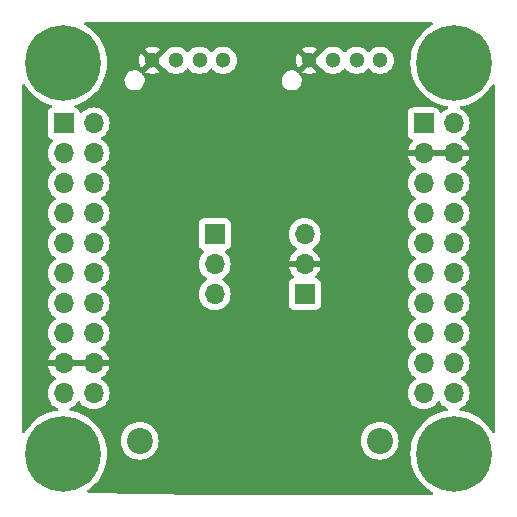
<source format=gbr>
%TF.GenerationSoftware,KiCad,Pcbnew,7.0.9*%
%TF.CreationDate,2023-12-29T11:45:24+09:00*%
%TF.ProjectId,CAT4238_Unit,43415434-3233-4385-9f55-6e69742e6b69,rev?*%
%TF.SameCoordinates,Original*%
%TF.FileFunction,Copper,L5,Inr*%
%TF.FilePolarity,Positive*%
%FSLAX46Y46*%
G04 Gerber Fmt 4.6, Leading zero omitted, Abs format (unit mm)*
G04 Created by KiCad (PCBNEW 7.0.9) date 2023-12-29 11:45:24*
%MOMM*%
%LPD*%
G01*
G04 APERTURE LIST*
%TA.AperFunction,ComponentPad*%
%ADD10R,1.700000X1.700000*%
%TD*%
%TA.AperFunction,ComponentPad*%
%ADD11O,1.700000X1.700000*%
%TD*%
%TA.AperFunction,ComponentPad*%
%ADD12C,0.800000*%
%TD*%
%TA.AperFunction,ComponentPad*%
%ADD13C,6.400000*%
%TD*%
%TA.AperFunction,ComponentPad*%
%ADD14C,2.200000*%
%TD*%
%TA.AperFunction,ComponentPad*%
%ADD15O,2.200000X2.200000*%
%TD*%
%TA.AperFunction,ComponentPad*%
%ADD16C,1.300000*%
%TD*%
G04 APERTURE END LIST*
D10*
%TO.N,+5V*%
%TO.C,J5*%
X135890000Y-81240000D03*
D11*
X138430000Y-81240000D03*
%TO.N,/EN*%
X135890000Y-83780000D03*
%TO.N,/IO34*%
X138430000Y-83780000D03*
%TO.N,/IO32*%
X135890000Y-86320000D03*
%TO.N,/IO35*%
X138430000Y-86320000D03*
%TO.N,/IO25*%
X135890000Y-88860000D03*
%TO.N,/IO33*%
X138430000Y-88860000D03*
%TO.N,/IO27*%
X135890000Y-91400000D03*
%TO.N,/IO26*%
X138430000Y-91400000D03*
%TO.N,/IO12*%
X135890000Y-93940000D03*
%TO.N,/IO14*%
X138430000Y-93940000D03*
%TO.N,unconnected-(J5-Pin_13-Pad13)*%
X135890000Y-96480000D03*
%TO.N,unconnected-(J5-Pin_14-Pad14)*%
X138430000Y-96480000D03*
%TO.N,unconnected-(J5-Pin_15-Pad15)*%
X135890000Y-99020000D03*
%TO.N,unconnected-(J5-Pin_16-Pad16)*%
X138430000Y-99020000D03*
%TO.N,GND*%
X135890000Y-101560000D03*
X138430000Y-101560000D03*
%TO.N,+3V3*%
X135890000Y-104100000D03*
X138430000Y-104100000D03*
%TD*%
D12*
%TO.N,N/C*%
%TO.C,H2*%
X133450000Y-109220000D03*
X134152944Y-107522944D03*
X134152944Y-110917056D03*
X135850000Y-106820000D03*
D13*
X135850000Y-109220000D03*
D12*
X135850000Y-111620000D03*
X137547056Y-107522944D03*
X137547056Y-110917056D03*
X138250000Y-109220000D03*
%TD*%
D14*
%TO.N,+5V*%
%TO.C,L1*%
X142340000Y-108100000D03*
D15*
%TO.N,Net-(IC1-SW)*%
X162660000Y-108100000D03*
%TD*%
D12*
%TO.N,N/C*%
%TO.C,H1*%
X133450000Y-76120000D03*
X134152944Y-74422944D03*
X134152944Y-77817056D03*
X135850000Y-73720000D03*
D13*
X135850000Y-76120000D03*
D12*
X135850000Y-78520000D03*
X137547056Y-74422944D03*
X137547056Y-77817056D03*
X138250000Y-76120000D03*
%TD*%
D10*
%TO.N,+3V3*%
%TO.C,J6*%
X166370000Y-81240000D03*
D11*
X168910000Y-81240000D03*
%TO.N,GND*%
X166370000Y-83780000D03*
X168910000Y-83780000D03*
%TO.N,/TXD0*%
X166370000Y-86320000D03*
%TO.N,/IO22*%
X168910000Y-86320000D03*
%TO.N,/IO21*%
X166370000Y-88860000D03*
%TO.N,/RXD0*%
X168910000Y-88860000D03*
%TO.N,/IO18*%
X166370000Y-91400000D03*
%TO.N,/IO19*%
X168910000Y-91400000D03*
%TO.N,/IO17*%
X166370000Y-93940000D03*
%TO.N,/IO5*%
X168910000Y-93940000D03*
%TO.N,/IO4*%
X166370000Y-96480000D03*
%TO.N,/IO16*%
X168910000Y-96480000D03*
%TO.N,/IO2*%
X166370000Y-99020000D03*
%TO.N,/IO0*%
X168910000Y-99020000D03*
%TO.N,/IO15*%
X166370000Y-101560000D03*
%TO.N,/IO13*%
X168910000Y-101560000D03*
%TO.N,+5V*%
X166370000Y-104100000D03*
X168910000Y-104100000D03*
%TD*%
D16*
%TO.N,GND*%
%TO.C,J2*%
X143400000Y-75900000D03*
%TO.N,/IO21*%
X145400000Y-75900000D03*
%TO.N,/IO32*%
X147400000Y-75900000D03*
%TO.N,+5V*%
X149400000Y-75900000D03*
%TD*%
D12*
%TO.N,N/C*%
%TO.C,H3*%
X166550000Y-76120000D03*
X167252944Y-74422944D03*
X167252944Y-77817056D03*
X168950000Y-73720000D03*
D13*
X168950000Y-76120000D03*
D12*
X168950000Y-78520000D03*
X170647056Y-74422944D03*
X170647056Y-77817056D03*
X171350000Y-76120000D03*
%TD*%
D10*
%TO.N,/SHDN*%
%TO.C,J3*%
X148680000Y-90620000D03*
D11*
%TO.N,unconnected-(J3-Pin_2-Pad2)*%
X148680000Y-93160000D03*
%TO.N,+5V*%
X148680000Y-95700000D03*
%TD*%
D16*
%TO.N,GND*%
%TO.C,J1*%
X156700000Y-75900000D03*
%TO.N,/IO21*%
X158700000Y-75900000D03*
%TO.N,/LED_-*%
X160700000Y-75900000D03*
%TO.N,/LED_+*%
X162700000Y-75900000D03*
%TD*%
D12*
%TO.N,N/C*%
%TO.C,H4*%
X166550000Y-109220000D03*
X167252944Y-107522944D03*
X167252944Y-110917056D03*
X168950000Y-106820000D03*
D13*
X168950000Y-109220000D03*
D12*
X168950000Y-111620000D03*
X170647056Y-107522944D03*
X170647056Y-110917056D03*
X171350000Y-109220000D03*
%TD*%
D10*
%TO.N,Net-(IC1-SW)*%
%TO.C,J4*%
X156300000Y-95700000D03*
D11*
%TO.N,GND*%
X156300000Y-93160000D03*
%TO.N,/LED_-*%
X156300000Y-90620000D03*
%TD*%
%TA.AperFunction,Conductor*%
%TO.N,GND*%
G36*
X167119515Y-72690185D02*
G01*
X167165270Y-72742989D01*
X167175214Y-72812147D01*
X167146189Y-72875703D01*
X167108770Y-72904985D01*
X167097211Y-72910874D01*
X167097208Y-72910875D01*
X166771917Y-73122122D01*
X166470488Y-73366215D01*
X166470480Y-73366222D01*
X166196222Y-73640480D01*
X166196215Y-73640488D01*
X165952122Y-73941917D01*
X165740877Y-74267206D01*
X165564787Y-74612802D01*
X165425788Y-74974905D01*
X165325397Y-75349570D01*
X165325397Y-75349572D01*
X165264722Y-75732660D01*
X165244422Y-76119999D01*
X165244422Y-76120000D01*
X165264722Y-76507339D01*
X165314806Y-76823556D01*
X165325398Y-76890433D01*
X165408150Y-77199270D01*
X165425788Y-77265094D01*
X165564787Y-77627197D01*
X165740877Y-77972793D01*
X165952122Y-78298082D01*
X166043345Y-78410733D01*
X166196219Y-78599516D01*
X166470484Y-78873781D01*
X166470488Y-78873784D01*
X166771917Y-79117877D01*
X167097206Y-79329122D01*
X167097211Y-79329125D01*
X167442806Y-79505214D01*
X167804913Y-79644214D01*
X168179567Y-79744602D01*
X168332676Y-79768851D01*
X168395809Y-79798780D01*
X168432741Y-79858091D01*
X168431743Y-79927954D01*
X168393134Y-79986186D01*
X168365683Y-80003706D01*
X168232168Y-80065966D01*
X168038600Y-80201503D01*
X167916673Y-80323430D01*
X167855350Y-80356914D01*
X167785658Y-80351930D01*
X167729725Y-80310058D01*
X167712810Y-80279081D01*
X167663797Y-80147671D01*
X167663793Y-80147664D01*
X167577547Y-80032455D01*
X167577544Y-80032452D01*
X167462335Y-79946206D01*
X167462328Y-79946202D01*
X167327482Y-79895908D01*
X167327483Y-79895908D01*
X167267883Y-79889501D01*
X167267881Y-79889500D01*
X167267873Y-79889500D01*
X167267864Y-79889500D01*
X165472129Y-79889500D01*
X165472123Y-79889501D01*
X165412516Y-79895908D01*
X165277671Y-79946202D01*
X165277664Y-79946206D01*
X165162455Y-80032452D01*
X165162452Y-80032455D01*
X165076206Y-80147664D01*
X165076202Y-80147671D01*
X165025908Y-80282517D01*
X165019501Y-80342116D01*
X165019500Y-80342135D01*
X165019500Y-82137870D01*
X165019501Y-82137876D01*
X165025908Y-82197483D01*
X165076202Y-82332328D01*
X165076206Y-82332335D01*
X165162452Y-82447544D01*
X165162455Y-82447547D01*
X165277664Y-82533793D01*
X165277671Y-82533797D01*
X165277674Y-82533798D01*
X165409598Y-82583002D01*
X165465531Y-82624873D01*
X165489949Y-82690337D01*
X165475098Y-82758610D01*
X165453947Y-82786865D01*
X165331886Y-82908926D01*
X165196400Y-83102420D01*
X165196399Y-83102422D01*
X165096570Y-83316507D01*
X165096567Y-83316513D01*
X165039364Y-83529999D01*
X165039364Y-83530000D01*
X165936314Y-83530000D01*
X165910507Y-83570156D01*
X165870000Y-83708111D01*
X165870000Y-83851889D01*
X165910507Y-83989844D01*
X165936314Y-84030000D01*
X165039364Y-84030000D01*
X165096567Y-84243486D01*
X165096570Y-84243492D01*
X165196399Y-84457578D01*
X165331894Y-84651082D01*
X165498917Y-84818105D01*
X165684595Y-84948119D01*
X165728219Y-85002696D01*
X165735412Y-85072195D01*
X165703890Y-85134549D01*
X165684595Y-85151269D01*
X165498594Y-85281508D01*
X165331505Y-85448597D01*
X165195965Y-85642169D01*
X165195964Y-85642171D01*
X165096098Y-85856335D01*
X165096094Y-85856344D01*
X165034938Y-86084586D01*
X165034936Y-86084596D01*
X165014341Y-86319999D01*
X165014341Y-86320000D01*
X165034936Y-86555403D01*
X165034938Y-86555413D01*
X165096094Y-86783655D01*
X165096096Y-86783659D01*
X165096097Y-86783663D01*
X165100000Y-86792032D01*
X165195965Y-86997830D01*
X165195967Y-86997834D01*
X165304281Y-87152521D01*
X165331501Y-87191396D01*
X165331506Y-87191402D01*
X165498597Y-87358493D01*
X165498603Y-87358498D01*
X165684158Y-87488425D01*
X165727783Y-87543002D01*
X165734977Y-87612500D01*
X165703454Y-87674855D01*
X165684158Y-87691575D01*
X165498597Y-87821505D01*
X165331505Y-87988597D01*
X165195965Y-88182169D01*
X165195964Y-88182171D01*
X165096098Y-88396335D01*
X165096094Y-88396344D01*
X165034938Y-88624586D01*
X165034936Y-88624596D01*
X165014341Y-88859999D01*
X165014341Y-88860000D01*
X165034936Y-89095403D01*
X165034938Y-89095413D01*
X165096094Y-89323655D01*
X165096096Y-89323659D01*
X165096097Y-89323663D01*
X165176004Y-89495023D01*
X165195965Y-89537830D01*
X165195967Y-89537834D01*
X165226547Y-89581506D01*
X165331501Y-89731396D01*
X165331506Y-89731402D01*
X165498597Y-89898493D01*
X165498603Y-89898498D01*
X165684158Y-90028425D01*
X165727783Y-90083002D01*
X165734977Y-90152500D01*
X165703454Y-90214855D01*
X165684158Y-90231575D01*
X165498597Y-90361505D01*
X165331505Y-90528597D01*
X165195965Y-90722169D01*
X165195964Y-90722171D01*
X165096098Y-90936335D01*
X165096094Y-90936344D01*
X165034938Y-91164586D01*
X165034936Y-91164596D01*
X165014341Y-91399999D01*
X165014341Y-91400000D01*
X165034936Y-91635403D01*
X165034938Y-91635413D01*
X165096094Y-91863655D01*
X165096096Y-91863659D01*
X165096097Y-91863663D01*
X165145916Y-91970499D01*
X165195965Y-92077830D01*
X165195967Y-92077834D01*
X165258174Y-92166674D01*
X165331501Y-92271396D01*
X165331506Y-92271402D01*
X165498597Y-92438493D01*
X165498603Y-92438498D01*
X165684158Y-92568425D01*
X165727783Y-92623002D01*
X165734977Y-92692500D01*
X165703454Y-92754855D01*
X165684158Y-92771575D01*
X165498597Y-92901505D01*
X165331505Y-93068597D01*
X165195965Y-93262169D01*
X165195964Y-93262171D01*
X165096098Y-93476335D01*
X165096094Y-93476344D01*
X165034938Y-93704586D01*
X165034936Y-93704596D01*
X165014341Y-93939999D01*
X165014341Y-93940000D01*
X165034936Y-94175403D01*
X165034938Y-94175413D01*
X165096094Y-94403655D01*
X165096096Y-94403659D01*
X165096097Y-94403663D01*
X165130294Y-94476998D01*
X165195965Y-94617830D01*
X165195967Y-94617834D01*
X165226547Y-94661506D01*
X165331501Y-94811396D01*
X165331506Y-94811402D01*
X165498597Y-94978493D01*
X165498603Y-94978498D01*
X165684158Y-95108425D01*
X165727783Y-95163002D01*
X165734977Y-95232500D01*
X165703454Y-95294855D01*
X165684158Y-95311575D01*
X165498597Y-95441505D01*
X165331505Y-95608597D01*
X165195965Y-95802169D01*
X165195964Y-95802171D01*
X165096098Y-96016335D01*
X165096094Y-96016344D01*
X165034938Y-96244586D01*
X165034936Y-96244596D01*
X165014341Y-96479999D01*
X165014341Y-96480000D01*
X165034936Y-96715403D01*
X165034938Y-96715413D01*
X165096094Y-96943655D01*
X165096096Y-96943659D01*
X165096097Y-96943663D01*
X165145915Y-97050498D01*
X165195965Y-97157830D01*
X165195967Y-97157834D01*
X165304281Y-97312521D01*
X165331501Y-97351396D01*
X165331506Y-97351402D01*
X165498597Y-97518493D01*
X165498603Y-97518498D01*
X165684158Y-97648425D01*
X165727783Y-97703002D01*
X165734977Y-97772500D01*
X165703454Y-97834855D01*
X165684158Y-97851575D01*
X165498597Y-97981505D01*
X165331505Y-98148597D01*
X165195965Y-98342169D01*
X165195964Y-98342171D01*
X165096098Y-98556335D01*
X165096094Y-98556344D01*
X165034938Y-98784586D01*
X165034936Y-98784596D01*
X165014341Y-99019999D01*
X165014341Y-99020000D01*
X165034936Y-99255403D01*
X165034938Y-99255413D01*
X165096094Y-99483655D01*
X165096096Y-99483659D01*
X165096097Y-99483663D01*
X165100000Y-99492032D01*
X165195965Y-99697830D01*
X165195967Y-99697834D01*
X165304281Y-99852521D01*
X165331501Y-99891396D01*
X165331506Y-99891402D01*
X165498597Y-100058493D01*
X165498603Y-100058498D01*
X165684158Y-100188425D01*
X165727783Y-100243002D01*
X165734977Y-100312500D01*
X165703454Y-100374855D01*
X165684158Y-100391575D01*
X165498597Y-100521505D01*
X165331505Y-100688597D01*
X165195965Y-100882169D01*
X165195964Y-100882171D01*
X165096098Y-101096335D01*
X165096094Y-101096344D01*
X165034938Y-101324586D01*
X165034936Y-101324596D01*
X165014341Y-101559999D01*
X165014341Y-101560000D01*
X165034936Y-101795403D01*
X165034938Y-101795413D01*
X165096094Y-102023655D01*
X165096096Y-102023659D01*
X165096097Y-102023663D01*
X165175597Y-102194151D01*
X165195965Y-102237830D01*
X165195967Y-102237834D01*
X165304281Y-102392521D01*
X165331501Y-102431396D01*
X165331506Y-102431402D01*
X165498597Y-102598493D01*
X165498603Y-102598498D01*
X165684158Y-102728425D01*
X165727783Y-102783002D01*
X165734977Y-102852500D01*
X165703454Y-102914855D01*
X165684158Y-102931575D01*
X165498597Y-103061505D01*
X165331505Y-103228597D01*
X165195965Y-103422169D01*
X165195964Y-103422171D01*
X165096098Y-103636335D01*
X165096094Y-103636344D01*
X165034938Y-103864586D01*
X165034936Y-103864596D01*
X165014341Y-104099999D01*
X165014341Y-104100000D01*
X165034936Y-104335403D01*
X165034938Y-104335413D01*
X165096094Y-104563655D01*
X165096096Y-104563659D01*
X165096097Y-104563663D01*
X165100000Y-104572032D01*
X165195965Y-104777830D01*
X165195967Y-104777834D01*
X165304281Y-104932521D01*
X165331505Y-104971401D01*
X165498599Y-105138495D01*
X165595384Y-105206265D01*
X165692165Y-105274032D01*
X165692167Y-105274033D01*
X165692170Y-105274035D01*
X165906337Y-105373903D01*
X166134592Y-105435063D01*
X166322918Y-105451539D01*
X166369999Y-105455659D01*
X166370000Y-105455659D01*
X166370001Y-105455659D01*
X166409234Y-105452226D01*
X166605408Y-105435063D01*
X166833663Y-105373903D01*
X167047830Y-105274035D01*
X167241401Y-105138495D01*
X167408495Y-104971401D01*
X167538425Y-104785842D01*
X167593002Y-104742217D01*
X167662500Y-104735023D01*
X167724855Y-104766546D01*
X167741575Y-104785842D01*
X167871500Y-104971395D01*
X167871505Y-104971401D01*
X168038599Y-105138495D01*
X168135384Y-105206265D01*
X168232165Y-105274032D01*
X168232167Y-105274033D01*
X168232170Y-105274035D01*
X168336003Y-105322453D01*
X168365682Y-105336293D01*
X168418121Y-105382466D01*
X168437273Y-105449659D01*
X168417057Y-105516540D01*
X168363892Y-105561875D01*
X168332675Y-105571148D01*
X168179572Y-105595397D01*
X168179570Y-105595397D01*
X167804905Y-105695788D01*
X167442802Y-105834787D01*
X167097206Y-106010877D01*
X166771917Y-106222122D01*
X166470488Y-106466215D01*
X166470480Y-106466222D01*
X166196222Y-106740480D01*
X166196215Y-106740488D01*
X165952122Y-107041917D01*
X165740877Y-107367206D01*
X165564787Y-107712802D01*
X165425788Y-108074905D01*
X165325397Y-108449570D01*
X165325397Y-108449572D01*
X165264722Y-108832660D01*
X165244422Y-109219999D01*
X165244422Y-109220000D01*
X165264722Y-109607339D01*
X165325397Y-109990427D01*
X165325397Y-109990429D01*
X165425788Y-110365094D01*
X165564787Y-110727197D01*
X165740877Y-111072793D01*
X165952122Y-111398082D01*
X165952124Y-111398084D01*
X166196219Y-111699516D01*
X166470484Y-111973781D01*
X166470488Y-111973784D01*
X166771917Y-112217877D01*
X167097208Y-112429124D01*
X167097211Y-112429125D01*
X167108770Y-112435015D01*
X167159566Y-112482989D01*
X167176362Y-112550809D01*
X167153825Y-112616944D01*
X167099111Y-112660397D01*
X167052476Y-112669500D01*
X147669500Y-112669500D01*
X138005057Y-112503280D01*
X137938366Y-112482445D01*
X137893525Y-112428862D01*
X137884773Y-112359543D01*
X137914886Y-112296496D01*
X137939654Y-112275303D01*
X138028082Y-112217877D01*
X138028084Y-112217876D01*
X138329516Y-111973781D01*
X138603781Y-111699516D01*
X138847876Y-111398084D01*
X139059125Y-111072789D01*
X139235214Y-110727194D01*
X139374214Y-110365087D01*
X139474602Y-109990433D01*
X139535278Y-109607338D01*
X139555578Y-109220000D01*
X139535278Y-108832662D01*
X139474602Y-108449567D01*
X139380936Y-108100000D01*
X140734551Y-108100000D01*
X140754317Y-108351151D01*
X140813126Y-108596110D01*
X140909533Y-108828859D01*
X141041160Y-109043653D01*
X141041161Y-109043656D01*
X141041164Y-109043659D01*
X141204776Y-109235224D01*
X141353066Y-109361875D01*
X141396343Y-109398838D01*
X141396346Y-109398839D01*
X141611140Y-109530466D01*
X141843889Y-109626873D01*
X142088852Y-109685683D01*
X142340000Y-109705449D01*
X142591148Y-109685683D01*
X142836111Y-109626873D01*
X143068859Y-109530466D01*
X143283659Y-109398836D01*
X143475224Y-109235224D01*
X143638836Y-109043659D01*
X143770466Y-108828859D01*
X143866873Y-108596111D01*
X143925683Y-108351148D01*
X143945449Y-108100000D01*
X161054551Y-108100000D01*
X161074317Y-108351151D01*
X161133126Y-108596110D01*
X161229533Y-108828859D01*
X161361160Y-109043653D01*
X161361161Y-109043656D01*
X161361164Y-109043659D01*
X161524776Y-109235224D01*
X161673066Y-109361875D01*
X161716343Y-109398838D01*
X161716346Y-109398839D01*
X161931140Y-109530466D01*
X162163889Y-109626873D01*
X162408852Y-109685683D01*
X162660000Y-109705449D01*
X162911148Y-109685683D01*
X163156111Y-109626873D01*
X163388859Y-109530466D01*
X163603659Y-109398836D01*
X163795224Y-109235224D01*
X163958836Y-109043659D01*
X164090466Y-108828859D01*
X164186873Y-108596111D01*
X164245683Y-108351148D01*
X164265449Y-108100000D01*
X164245683Y-107848852D01*
X164186873Y-107603889D01*
X164109125Y-107416188D01*
X164090466Y-107371140D01*
X163958839Y-107156346D01*
X163958838Y-107156343D01*
X163921875Y-107113066D01*
X163795224Y-106964776D01*
X163668571Y-106856604D01*
X163603656Y-106801161D01*
X163603653Y-106801160D01*
X163388859Y-106669533D01*
X163156110Y-106573126D01*
X162911151Y-106514317D01*
X162660000Y-106494551D01*
X162408848Y-106514317D01*
X162163889Y-106573126D01*
X161931140Y-106669533D01*
X161716346Y-106801160D01*
X161716343Y-106801161D01*
X161524776Y-106964776D01*
X161361161Y-107156343D01*
X161361160Y-107156346D01*
X161229533Y-107371140D01*
X161133126Y-107603889D01*
X161074317Y-107848848D01*
X161054551Y-108100000D01*
X143945449Y-108100000D01*
X143925683Y-107848852D01*
X143866873Y-107603889D01*
X143789125Y-107416188D01*
X143770466Y-107371140D01*
X143638839Y-107156346D01*
X143638838Y-107156343D01*
X143601875Y-107113066D01*
X143475224Y-106964776D01*
X143348571Y-106856604D01*
X143283656Y-106801161D01*
X143283653Y-106801160D01*
X143068859Y-106669533D01*
X142836110Y-106573126D01*
X142591151Y-106514317D01*
X142340000Y-106494551D01*
X142088848Y-106514317D01*
X141843889Y-106573126D01*
X141611140Y-106669533D01*
X141396346Y-106801160D01*
X141396343Y-106801161D01*
X141204776Y-106964776D01*
X141041161Y-107156343D01*
X141041160Y-107156346D01*
X140909533Y-107371140D01*
X140813126Y-107603889D01*
X140754317Y-107848848D01*
X140734551Y-108100000D01*
X139380936Y-108100000D01*
X139374214Y-108074913D01*
X139235214Y-107712806D01*
X139059125Y-107367211D01*
X139059122Y-107367207D01*
X139059122Y-107367206D01*
X138847877Y-107041917D01*
X138603784Y-106740488D01*
X138603781Y-106740484D01*
X138329516Y-106466219D01*
X138028084Y-106222124D01*
X138028082Y-106222122D01*
X137702793Y-106010877D01*
X137357197Y-105834787D01*
X136995094Y-105695788D01*
X136995087Y-105695786D01*
X136620433Y-105595398D01*
X136620429Y-105595397D01*
X136620428Y-105595397D01*
X136467324Y-105571148D01*
X136404189Y-105541219D01*
X136367258Y-105481907D01*
X136368256Y-105412045D01*
X136406866Y-105353812D01*
X136434315Y-105336294D01*
X136567830Y-105274035D01*
X136761401Y-105138495D01*
X136928495Y-104971401D01*
X137058425Y-104785842D01*
X137113002Y-104742217D01*
X137182500Y-104735023D01*
X137244855Y-104766546D01*
X137261575Y-104785842D01*
X137391500Y-104971395D01*
X137391505Y-104971401D01*
X137558599Y-105138495D01*
X137655384Y-105206265D01*
X137752165Y-105274032D01*
X137752167Y-105274033D01*
X137752170Y-105274035D01*
X137966337Y-105373903D01*
X138194592Y-105435063D01*
X138382918Y-105451539D01*
X138429999Y-105455659D01*
X138430000Y-105455659D01*
X138430001Y-105455659D01*
X138469234Y-105452226D01*
X138665408Y-105435063D01*
X138893663Y-105373903D01*
X139107830Y-105274035D01*
X139301401Y-105138495D01*
X139468495Y-104971401D01*
X139604035Y-104777830D01*
X139703903Y-104563663D01*
X139765063Y-104335408D01*
X139785659Y-104100000D01*
X139765063Y-103864592D01*
X139703903Y-103636337D01*
X139604035Y-103422171D01*
X139598425Y-103414158D01*
X139468494Y-103228597D01*
X139301402Y-103061506D01*
X139301401Y-103061505D01*
X139115405Y-102931269D01*
X139071781Y-102876692D01*
X139064588Y-102807193D01*
X139096110Y-102744839D01*
X139115405Y-102728119D01*
X139301082Y-102598105D01*
X139468105Y-102431082D01*
X139603600Y-102237578D01*
X139703429Y-102023492D01*
X139703432Y-102023486D01*
X139760636Y-101810000D01*
X138863686Y-101810000D01*
X138889493Y-101769844D01*
X138930000Y-101631889D01*
X138930000Y-101488111D01*
X138889493Y-101350156D01*
X138863686Y-101310000D01*
X139760636Y-101310000D01*
X139760635Y-101309999D01*
X139703432Y-101096513D01*
X139703429Y-101096507D01*
X139603600Y-100882422D01*
X139603599Y-100882420D01*
X139468113Y-100688926D01*
X139468108Y-100688920D01*
X139301078Y-100521890D01*
X139115405Y-100391879D01*
X139071780Y-100337302D01*
X139064588Y-100267804D01*
X139096110Y-100205449D01*
X139115406Y-100188730D01*
X139115842Y-100188425D01*
X139301401Y-100058495D01*
X139468495Y-99891401D01*
X139604035Y-99697830D01*
X139703903Y-99483663D01*
X139765063Y-99255408D01*
X139785659Y-99020000D01*
X139765063Y-98784592D01*
X139703903Y-98556337D01*
X139604035Y-98342171D01*
X139598425Y-98334158D01*
X139468494Y-98148597D01*
X139301402Y-97981506D01*
X139301396Y-97981501D01*
X139115842Y-97851575D01*
X139072217Y-97796998D01*
X139065023Y-97727500D01*
X139096546Y-97665145D01*
X139115842Y-97648425D01*
X139138026Y-97632891D01*
X139301401Y-97518495D01*
X139468495Y-97351401D01*
X139604035Y-97157830D01*
X139703903Y-96943663D01*
X139765063Y-96715408D01*
X139785659Y-96480000D01*
X139765063Y-96244592D01*
X139703903Y-96016337D01*
X139604035Y-95802171D01*
X139598425Y-95794158D01*
X139532495Y-95700000D01*
X147324341Y-95700000D01*
X147344936Y-95935403D01*
X147344938Y-95935413D01*
X147406094Y-96163655D01*
X147406096Y-96163659D01*
X147406097Y-96163663D01*
X147443832Y-96244586D01*
X147505965Y-96377830D01*
X147505967Y-96377834D01*
X147577505Y-96480000D01*
X147641505Y-96571401D01*
X147808599Y-96738495D01*
X147905384Y-96806265D01*
X148002165Y-96874032D01*
X148002167Y-96874033D01*
X148002170Y-96874035D01*
X148216337Y-96973903D01*
X148444592Y-97035063D01*
X148621034Y-97050500D01*
X148679999Y-97055659D01*
X148680000Y-97055659D01*
X148680001Y-97055659D01*
X148738966Y-97050500D01*
X148915408Y-97035063D01*
X149143663Y-96973903D01*
X149357830Y-96874035D01*
X149551401Y-96738495D01*
X149718495Y-96571401D01*
X149854035Y-96377830D01*
X149953903Y-96163663D01*
X150015063Y-95935408D01*
X150035659Y-95700000D01*
X150015063Y-95464592D01*
X149953903Y-95236337D01*
X149854035Y-95022171D01*
X149823452Y-94978493D01*
X149718494Y-94828597D01*
X149551402Y-94661506D01*
X149551396Y-94661501D01*
X149365842Y-94531575D01*
X149322217Y-94476998D01*
X149315023Y-94407500D01*
X149346546Y-94345145D01*
X149365842Y-94328425D01*
X149388026Y-94312891D01*
X149551401Y-94198495D01*
X149718495Y-94031401D01*
X149854035Y-93837830D01*
X149953903Y-93623663D01*
X150015063Y-93395408D01*
X150035659Y-93160000D01*
X150015063Y-92924592D01*
X149953903Y-92696337D01*
X149854035Y-92482171D01*
X149823451Y-92438493D01*
X149718496Y-92288600D01*
X149701291Y-92271395D01*
X149596567Y-92166671D01*
X149563084Y-92105351D01*
X149568068Y-92035659D01*
X149609939Y-91979725D01*
X149640915Y-91962810D01*
X149772331Y-91913796D01*
X149887546Y-91827546D01*
X149973796Y-91712331D01*
X150024091Y-91577483D01*
X150030500Y-91517873D01*
X150030499Y-90620000D01*
X154944341Y-90620000D01*
X154964936Y-90855403D01*
X154964938Y-90855413D01*
X155026094Y-91083655D01*
X155026096Y-91083659D01*
X155026097Y-91083663D01*
X155063832Y-91164586D01*
X155125965Y-91297830D01*
X155125967Y-91297834D01*
X155261501Y-91491395D01*
X155261506Y-91491402D01*
X155428597Y-91658493D01*
X155428603Y-91658498D01*
X155614594Y-91788730D01*
X155658219Y-91843307D01*
X155665413Y-91912805D01*
X155633890Y-91975160D01*
X155614595Y-91991880D01*
X155428922Y-92121890D01*
X155428920Y-92121891D01*
X155261891Y-92288920D01*
X155261886Y-92288926D01*
X155126400Y-92482420D01*
X155126399Y-92482422D01*
X155026570Y-92696507D01*
X155026567Y-92696513D01*
X154969364Y-92909999D01*
X154969364Y-92910000D01*
X155866314Y-92910000D01*
X155840507Y-92950156D01*
X155800000Y-93088111D01*
X155800000Y-93231889D01*
X155840507Y-93369844D01*
X155866314Y-93410000D01*
X154969364Y-93410000D01*
X155026567Y-93623486D01*
X155026570Y-93623492D01*
X155126399Y-93837578D01*
X155261894Y-94031082D01*
X155383946Y-94153134D01*
X155417431Y-94214457D01*
X155412447Y-94284149D01*
X155370575Y-94340082D01*
X155339598Y-94356997D01*
X155207671Y-94406202D01*
X155207664Y-94406206D01*
X155092455Y-94492452D01*
X155092452Y-94492455D01*
X155006206Y-94607664D01*
X155006202Y-94607671D01*
X154955908Y-94742517D01*
X154949501Y-94802116D01*
X154949501Y-94802123D01*
X154949500Y-94802135D01*
X154949500Y-96597870D01*
X154949501Y-96597876D01*
X154955908Y-96657483D01*
X155006202Y-96792328D01*
X155006206Y-96792335D01*
X155092452Y-96907544D01*
X155092455Y-96907547D01*
X155207664Y-96993793D01*
X155207671Y-96993797D01*
X155342517Y-97044091D01*
X155342516Y-97044091D01*
X155349444Y-97044835D01*
X155402127Y-97050500D01*
X157197872Y-97050499D01*
X157257483Y-97044091D01*
X157392331Y-96993796D01*
X157507546Y-96907546D01*
X157593796Y-96792331D01*
X157644091Y-96657483D01*
X157650500Y-96597873D01*
X157650499Y-94802128D01*
X157644091Y-94742517D01*
X157597587Y-94617834D01*
X157593797Y-94607671D01*
X157593793Y-94607664D01*
X157507547Y-94492455D01*
X157507544Y-94492452D01*
X157392335Y-94406206D01*
X157392328Y-94406202D01*
X157260401Y-94356997D01*
X157204467Y-94315126D01*
X157180050Y-94249662D01*
X157194902Y-94181389D01*
X157216053Y-94153133D01*
X157338108Y-94031078D01*
X157473600Y-93837578D01*
X157573429Y-93623492D01*
X157573432Y-93623486D01*
X157630636Y-93410000D01*
X156733686Y-93410000D01*
X156759493Y-93369844D01*
X156800000Y-93231889D01*
X156800000Y-93088111D01*
X156759493Y-92950156D01*
X156733686Y-92910000D01*
X157630636Y-92910000D01*
X157630635Y-92909999D01*
X157573432Y-92696513D01*
X157573429Y-92696507D01*
X157473600Y-92482422D01*
X157473599Y-92482420D01*
X157338113Y-92288926D01*
X157338108Y-92288920D01*
X157171078Y-92121890D01*
X156985405Y-91991879D01*
X156941780Y-91937302D01*
X156934588Y-91867804D01*
X156966110Y-91805449D01*
X156985406Y-91788730D01*
X157171401Y-91658495D01*
X157338495Y-91491401D01*
X157474035Y-91297830D01*
X157573903Y-91083663D01*
X157635063Y-90855408D01*
X157655659Y-90620000D01*
X157635063Y-90384592D01*
X157573903Y-90156337D01*
X157474035Y-89942171D01*
X157443452Y-89898493D01*
X157338494Y-89748597D01*
X157171402Y-89581506D01*
X157171395Y-89581501D01*
X156977834Y-89445967D01*
X156977830Y-89445965D01*
X156977828Y-89445964D01*
X156763663Y-89346097D01*
X156763659Y-89346096D01*
X156763655Y-89346094D01*
X156535413Y-89284938D01*
X156535403Y-89284936D01*
X156300001Y-89264341D01*
X156299999Y-89264341D01*
X156064596Y-89284936D01*
X156064586Y-89284938D01*
X155836344Y-89346094D01*
X155836335Y-89346098D01*
X155622171Y-89445964D01*
X155622169Y-89445965D01*
X155428597Y-89581505D01*
X155261505Y-89748597D01*
X155125965Y-89942169D01*
X155125964Y-89942171D01*
X155026098Y-90156335D01*
X155026094Y-90156344D01*
X154964938Y-90384586D01*
X154964936Y-90384596D01*
X154944341Y-90619999D01*
X154944341Y-90620000D01*
X150030499Y-90620000D01*
X150030499Y-89722128D01*
X150024091Y-89662517D01*
X149977587Y-89537834D01*
X149973797Y-89527671D01*
X149973793Y-89527664D01*
X149887547Y-89412455D01*
X149887544Y-89412452D01*
X149772335Y-89326206D01*
X149772328Y-89326202D01*
X149637482Y-89275908D01*
X149637483Y-89275908D01*
X149577883Y-89269501D01*
X149577881Y-89269500D01*
X149577873Y-89269500D01*
X149577864Y-89269500D01*
X147782129Y-89269500D01*
X147782123Y-89269501D01*
X147722516Y-89275908D01*
X147587671Y-89326202D01*
X147587664Y-89326206D01*
X147472455Y-89412452D01*
X147472452Y-89412455D01*
X147386206Y-89527664D01*
X147386202Y-89527671D01*
X147335908Y-89662517D01*
X147329501Y-89722116D01*
X147329501Y-89722123D01*
X147329500Y-89722135D01*
X147329500Y-91517870D01*
X147329501Y-91517876D01*
X147335908Y-91577483D01*
X147386202Y-91712328D01*
X147386206Y-91712335D01*
X147472452Y-91827544D01*
X147472455Y-91827547D01*
X147587664Y-91913793D01*
X147587671Y-91913797D01*
X147719081Y-91962810D01*
X147775015Y-92004681D01*
X147799432Y-92070145D01*
X147784580Y-92138418D01*
X147763430Y-92166673D01*
X147641503Y-92288600D01*
X147505965Y-92482169D01*
X147505964Y-92482171D01*
X147406098Y-92696335D01*
X147406094Y-92696344D01*
X147344938Y-92924586D01*
X147344936Y-92924596D01*
X147324341Y-93159999D01*
X147324341Y-93160000D01*
X147344936Y-93395403D01*
X147344938Y-93395413D01*
X147406094Y-93623655D01*
X147406096Y-93623659D01*
X147406097Y-93623663D01*
X147443832Y-93704586D01*
X147505965Y-93837830D01*
X147505967Y-93837834D01*
X147641501Y-94031395D01*
X147641506Y-94031402D01*
X147808597Y-94198493D01*
X147808603Y-94198498D01*
X147994158Y-94328425D01*
X148037783Y-94383002D01*
X148044977Y-94452500D01*
X148013454Y-94514855D01*
X147994158Y-94531575D01*
X147808597Y-94661505D01*
X147641505Y-94828597D01*
X147505965Y-95022169D01*
X147505964Y-95022171D01*
X147406098Y-95236335D01*
X147406094Y-95236344D01*
X147344938Y-95464586D01*
X147344936Y-95464596D01*
X147324341Y-95699999D01*
X147324341Y-95700000D01*
X139532495Y-95700000D01*
X139468494Y-95608597D01*
X139301402Y-95441506D01*
X139301396Y-95441501D01*
X139115842Y-95311575D01*
X139072217Y-95256998D01*
X139065023Y-95187500D01*
X139096546Y-95125145D01*
X139115842Y-95108425D01*
X139239028Y-95022169D01*
X139301401Y-94978495D01*
X139468495Y-94811401D01*
X139604035Y-94617830D01*
X139703903Y-94403663D01*
X139765063Y-94175408D01*
X139785659Y-93940000D01*
X139765063Y-93704592D01*
X139703903Y-93476337D01*
X139604035Y-93262171D01*
X139598425Y-93254158D01*
X139468494Y-93068597D01*
X139301402Y-92901506D01*
X139301396Y-92901501D01*
X139115842Y-92771575D01*
X139072217Y-92716998D01*
X139065023Y-92647500D01*
X139096546Y-92585145D01*
X139115842Y-92568425D01*
X139138026Y-92552891D01*
X139301401Y-92438495D01*
X139468495Y-92271401D01*
X139604035Y-92077830D01*
X139703903Y-91863663D01*
X139765063Y-91635408D01*
X139785659Y-91400000D01*
X139765063Y-91164592D01*
X139703903Y-90936337D01*
X139604035Y-90722171D01*
X139598425Y-90714158D01*
X139468494Y-90528597D01*
X139301402Y-90361506D01*
X139301396Y-90361501D01*
X139115842Y-90231575D01*
X139072217Y-90176998D01*
X139065023Y-90107500D01*
X139096546Y-90045145D01*
X139115842Y-90028425D01*
X139239028Y-89942169D01*
X139301401Y-89898495D01*
X139468495Y-89731401D01*
X139604035Y-89537830D01*
X139703903Y-89323663D01*
X139765063Y-89095408D01*
X139785659Y-88860000D01*
X139765063Y-88624592D01*
X139703903Y-88396337D01*
X139604035Y-88182171D01*
X139598425Y-88174158D01*
X139468494Y-87988597D01*
X139301402Y-87821506D01*
X139301396Y-87821501D01*
X139115842Y-87691575D01*
X139072217Y-87636998D01*
X139065023Y-87567500D01*
X139096546Y-87505145D01*
X139115842Y-87488425D01*
X139138026Y-87472891D01*
X139301401Y-87358495D01*
X139468495Y-87191401D01*
X139604035Y-86997830D01*
X139703903Y-86783663D01*
X139765063Y-86555408D01*
X139785659Y-86320000D01*
X139765063Y-86084592D01*
X139703903Y-85856337D01*
X139604035Y-85642171D01*
X139598425Y-85634158D01*
X139468494Y-85448597D01*
X139301402Y-85281506D01*
X139301396Y-85281501D01*
X139115842Y-85151575D01*
X139072217Y-85096998D01*
X139065023Y-85027500D01*
X139096546Y-84965145D01*
X139115842Y-84948425D01*
X139138026Y-84932891D01*
X139301401Y-84818495D01*
X139468495Y-84651401D01*
X139604035Y-84457830D01*
X139703903Y-84243663D01*
X139765063Y-84015408D01*
X139785659Y-83780000D01*
X139765063Y-83544592D01*
X139703903Y-83316337D01*
X139604035Y-83102171D01*
X139598425Y-83094158D01*
X139468494Y-82908597D01*
X139301402Y-82741506D01*
X139301396Y-82741501D01*
X139115842Y-82611575D01*
X139072217Y-82556998D01*
X139065023Y-82487500D01*
X139096546Y-82425145D01*
X139115842Y-82408425D01*
X139138026Y-82392891D01*
X139301401Y-82278495D01*
X139468495Y-82111401D01*
X139604035Y-81917830D01*
X139703903Y-81703663D01*
X139765063Y-81475408D01*
X139785659Y-81240000D01*
X139765063Y-81004592D01*
X139703903Y-80776337D01*
X139604035Y-80562171D01*
X139468495Y-80368599D01*
X139468494Y-80368597D01*
X139301402Y-80201506D01*
X139301395Y-80201501D01*
X139107834Y-80065967D01*
X139107830Y-80065965D01*
X139107828Y-80065964D01*
X138893663Y-79966097D01*
X138893659Y-79966096D01*
X138893655Y-79966094D01*
X138665413Y-79904938D01*
X138665403Y-79904936D01*
X138430001Y-79884341D01*
X138429999Y-79884341D01*
X138194596Y-79904936D01*
X138194586Y-79904938D01*
X137966344Y-79966094D01*
X137966335Y-79966098D01*
X137752171Y-80065964D01*
X137752169Y-80065965D01*
X137558600Y-80201503D01*
X137436673Y-80323430D01*
X137375350Y-80356914D01*
X137305658Y-80351930D01*
X137249725Y-80310058D01*
X137232810Y-80279081D01*
X137183797Y-80147671D01*
X137183793Y-80147664D01*
X137097547Y-80032455D01*
X137097544Y-80032452D01*
X136982335Y-79946206D01*
X136982328Y-79946202D01*
X136879936Y-79908013D01*
X136824002Y-79866142D01*
X136799585Y-79800678D01*
X136814436Y-79732405D01*
X136863841Y-79682999D01*
X136891169Y-79672058D01*
X136995087Y-79644214D01*
X137357194Y-79505214D01*
X137702789Y-79329125D01*
X138028084Y-79117876D01*
X138329516Y-78873781D01*
X138603781Y-78599516D01*
X138847876Y-78298084D01*
X139059125Y-77972789D01*
X139235214Y-77627194D01*
X139263431Y-77553685D01*
X141045740Y-77553685D01*
X141055755Y-77738406D01*
X141055755Y-77738411D01*
X141105244Y-77916656D01*
X141105247Y-77916662D01*
X141191898Y-78080102D01*
X141254540Y-78153850D01*
X141311663Y-78221100D01*
X141458936Y-78333054D01*
X141626833Y-78410732D01*
X141626834Y-78410732D01*
X141626836Y-78410733D01*
X141681648Y-78422797D01*
X141807503Y-78450500D01*
X141807506Y-78450500D01*
X141946107Y-78450500D01*
X141946113Y-78450500D01*
X142083910Y-78435514D01*
X142259221Y-78376444D01*
X142417736Y-78281070D01*
X142552041Y-78153849D01*
X142655858Y-78000730D01*
X142724331Y-77828875D01*
X142754260Y-77646317D01*
X142749238Y-77553685D01*
X154345740Y-77553685D01*
X154355755Y-77738406D01*
X154355755Y-77738411D01*
X154405244Y-77916656D01*
X154405247Y-77916662D01*
X154491898Y-78080102D01*
X154554540Y-78153850D01*
X154611663Y-78221100D01*
X154758936Y-78333054D01*
X154926833Y-78410732D01*
X154926834Y-78410732D01*
X154926836Y-78410733D01*
X154981648Y-78422797D01*
X155107503Y-78450500D01*
X155107506Y-78450500D01*
X155246107Y-78450500D01*
X155246113Y-78450500D01*
X155383910Y-78435514D01*
X155559221Y-78376444D01*
X155717736Y-78281070D01*
X155852041Y-78153849D01*
X155955858Y-78000730D01*
X156024331Y-77828875D01*
X156054260Y-77646317D01*
X156044245Y-77461593D01*
X155994754Y-77283341D01*
X155908100Y-77119896D01*
X155845460Y-77046151D01*
X155788337Y-76978900D01*
X155729664Y-76934298D01*
X155641064Y-76866946D01*
X155473167Y-76789268D01*
X155473163Y-76789266D01*
X155292497Y-76749500D01*
X155153887Y-76749500D01*
X155153883Y-76749500D01*
X155016088Y-76764486D01*
X154840776Y-76823557D01*
X154840774Y-76823558D01*
X154682262Y-76918931D01*
X154682261Y-76918932D01*
X154547959Y-77046149D01*
X154444138Y-77199276D01*
X154375669Y-77371122D01*
X154345740Y-77553685D01*
X142749238Y-77553685D01*
X142744245Y-77461593D01*
X142694754Y-77283341D01*
X142608100Y-77119896D01*
X142545460Y-77046151D01*
X142488337Y-76978900D01*
X142429664Y-76934298D01*
X142341064Y-76866946D01*
X142173167Y-76789268D01*
X142173163Y-76789266D01*
X141992497Y-76749500D01*
X141853887Y-76749500D01*
X141853883Y-76749500D01*
X141716088Y-76764486D01*
X141540776Y-76823557D01*
X141540774Y-76823558D01*
X141382262Y-76918931D01*
X141382261Y-76918932D01*
X141247959Y-77046149D01*
X141144138Y-77199276D01*
X141075669Y-77371122D01*
X141045740Y-77553685D01*
X139263431Y-77553685D01*
X139374214Y-77265087D01*
X139474602Y-76890433D01*
X139535278Y-76507338D01*
X139555578Y-76120000D01*
X139544048Y-75900000D01*
X142245073Y-75900000D01*
X142264737Y-76112216D01*
X142264738Y-76112219D01*
X142323058Y-76317196D01*
X142323066Y-76317216D01*
X142418060Y-76507990D01*
X142426834Y-76519609D01*
X142426835Y-76519609D01*
X143002046Y-75944399D01*
X143014835Y-76025148D01*
X143072359Y-76138045D01*
X143161955Y-76227641D01*
X143274852Y-76285165D01*
X143355599Y-76297953D01*
X142782991Y-76870560D01*
X142782992Y-76870561D01*
X142885201Y-76933845D01*
X142885210Y-76933850D01*
X143083936Y-77010836D01*
X143083941Y-77010837D01*
X143293439Y-77050000D01*
X143506561Y-77050000D01*
X143716058Y-77010837D01*
X143716063Y-77010836D01*
X143914789Y-76933850D01*
X143914793Y-76933848D01*
X144017007Y-76870560D01*
X143444401Y-76297953D01*
X143525148Y-76285165D01*
X143638045Y-76227641D01*
X143727641Y-76138045D01*
X143785165Y-76025148D01*
X143797953Y-75944400D01*
X144379327Y-76525774D01*
X144424766Y-76535758D01*
X144464063Y-76569736D01*
X144546128Y-76678407D01*
X144703698Y-76822052D01*
X144884981Y-76934298D01*
X145083802Y-77011321D01*
X145293390Y-77050500D01*
X145293392Y-77050500D01*
X145506608Y-77050500D01*
X145506610Y-77050500D01*
X145716198Y-77011321D01*
X145915019Y-76934298D01*
X146096302Y-76822052D01*
X146253872Y-76678407D01*
X146301046Y-76615938D01*
X146357155Y-76574303D01*
X146426867Y-76569612D01*
X146488049Y-76603354D01*
X146498953Y-76615938D01*
X146546128Y-76678407D01*
X146703698Y-76822052D01*
X146884981Y-76934298D01*
X147083802Y-77011321D01*
X147293390Y-77050500D01*
X147293392Y-77050500D01*
X147506608Y-77050500D01*
X147506610Y-77050500D01*
X147716198Y-77011321D01*
X147915019Y-76934298D01*
X148096302Y-76822052D01*
X148253872Y-76678407D01*
X148301046Y-76615938D01*
X148357155Y-76574303D01*
X148426867Y-76569612D01*
X148488049Y-76603354D01*
X148498953Y-76615938D01*
X148546128Y-76678407D01*
X148703698Y-76822052D01*
X148884981Y-76934298D01*
X149083802Y-77011321D01*
X149293390Y-77050500D01*
X149293392Y-77050500D01*
X149506608Y-77050500D01*
X149506610Y-77050500D01*
X149716198Y-77011321D01*
X149915019Y-76934298D01*
X150096302Y-76822052D01*
X150253872Y-76678407D01*
X150382366Y-76508255D01*
X150477405Y-76317389D01*
X150535756Y-76112310D01*
X150555429Y-75900000D01*
X155545073Y-75900000D01*
X155564737Y-76112216D01*
X155564738Y-76112219D01*
X155623058Y-76317196D01*
X155623066Y-76317216D01*
X155718060Y-76507990D01*
X155726834Y-76519609D01*
X155726835Y-76519609D01*
X156302046Y-75944399D01*
X156314835Y-76025148D01*
X156372359Y-76138045D01*
X156461955Y-76227641D01*
X156574852Y-76285165D01*
X156655599Y-76297953D01*
X156082991Y-76870560D01*
X156082992Y-76870561D01*
X156185201Y-76933845D01*
X156185210Y-76933850D01*
X156383936Y-77010836D01*
X156383941Y-77010837D01*
X156593439Y-77050000D01*
X156806561Y-77050000D01*
X157016058Y-77010837D01*
X157016063Y-77010836D01*
X157214789Y-76933850D01*
X157214793Y-76933848D01*
X157317007Y-76870560D01*
X156744401Y-76297953D01*
X156825148Y-76285165D01*
X156938045Y-76227641D01*
X157027641Y-76138045D01*
X157085165Y-76025148D01*
X157097953Y-75944400D01*
X157679327Y-76525774D01*
X157724766Y-76535758D01*
X157764063Y-76569736D01*
X157846128Y-76678407D01*
X158003698Y-76822052D01*
X158184981Y-76934298D01*
X158383802Y-77011321D01*
X158593390Y-77050500D01*
X158593392Y-77050500D01*
X158806608Y-77050500D01*
X158806610Y-77050500D01*
X159016198Y-77011321D01*
X159215019Y-76934298D01*
X159396302Y-76822052D01*
X159553872Y-76678407D01*
X159601046Y-76615938D01*
X159657155Y-76574303D01*
X159726867Y-76569612D01*
X159788049Y-76603354D01*
X159798953Y-76615938D01*
X159846128Y-76678407D01*
X160003698Y-76822052D01*
X160184981Y-76934298D01*
X160383802Y-77011321D01*
X160593390Y-77050500D01*
X160593392Y-77050500D01*
X160806608Y-77050500D01*
X160806610Y-77050500D01*
X161016198Y-77011321D01*
X161215019Y-76934298D01*
X161396302Y-76822052D01*
X161553872Y-76678407D01*
X161601046Y-76615938D01*
X161657155Y-76574303D01*
X161726867Y-76569612D01*
X161788049Y-76603354D01*
X161798953Y-76615938D01*
X161846128Y-76678407D01*
X162003698Y-76822052D01*
X162184981Y-76934298D01*
X162383802Y-77011321D01*
X162593390Y-77050500D01*
X162593392Y-77050500D01*
X162806608Y-77050500D01*
X162806610Y-77050500D01*
X163016198Y-77011321D01*
X163215019Y-76934298D01*
X163396302Y-76822052D01*
X163553872Y-76678407D01*
X163682366Y-76508255D01*
X163777405Y-76317389D01*
X163835756Y-76112310D01*
X163855429Y-75900000D01*
X163835756Y-75687690D01*
X163777405Y-75482611D01*
X163777403Y-75482606D01*
X163777403Y-75482605D01*
X163682367Y-75291746D01*
X163553872Y-75121593D01*
X163396302Y-74977948D01*
X163215019Y-74865702D01*
X163215017Y-74865701D01*
X163017447Y-74789163D01*
X163016198Y-74788679D01*
X162806610Y-74749500D01*
X162593390Y-74749500D01*
X162383802Y-74788679D01*
X162383799Y-74788679D01*
X162383799Y-74788680D01*
X162184982Y-74865701D01*
X162184980Y-74865702D01*
X162003699Y-74977947D01*
X161846126Y-75121594D01*
X161798953Y-75184061D01*
X161742844Y-75225696D01*
X161673132Y-75230387D01*
X161611950Y-75196644D01*
X161601047Y-75184061D01*
X161553873Y-75121594D01*
X161553872Y-75121593D01*
X161396302Y-74977948D01*
X161215019Y-74865702D01*
X161215017Y-74865701D01*
X161017447Y-74789163D01*
X161016198Y-74788679D01*
X160806610Y-74749500D01*
X160593390Y-74749500D01*
X160383802Y-74788679D01*
X160383799Y-74788679D01*
X160383799Y-74788680D01*
X160184982Y-74865701D01*
X160184980Y-74865702D01*
X160003699Y-74977947D01*
X159846126Y-75121594D01*
X159798953Y-75184061D01*
X159742844Y-75225696D01*
X159673132Y-75230387D01*
X159611950Y-75196644D01*
X159601047Y-75184061D01*
X159553873Y-75121594D01*
X159553872Y-75121593D01*
X159396302Y-74977948D01*
X159215019Y-74865702D01*
X159215017Y-74865701D01*
X159017447Y-74789163D01*
X159016198Y-74788679D01*
X158806610Y-74749500D01*
X158593390Y-74749500D01*
X158383802Y-74788679D01*
X158383799Y-74788679D01*
X158383799Y-74788680D01*
X158184982Y-74865701D01*
X158184980Y-74865702D01*
X158003699Y-74977947D01*
X157846126Y-75121594D01*
X157764065Y-75230259D01*
X157707956Y-75271894D01*
X157677280Y-75276271D01*
X157097953Y-75855598D01*
X157085165Y-75774852D01*
X157027641Y-75661955D01*
X156938045Y-75572359D01*
X156825148Y-75514835D01*
X156744400Y-75502046D01*
X157317007Y-74929438D01*
X157214789Y-74866149D01*
X157016063Y-74789163D01*
X157016058Y-74789162D01*
X156806561Y-74750000D01*
X156593439Y-74750000D01*
X156383941Y-74789162D01*
X156383940Y-74789162D01*
X156185208Y-74866151D01*
X156185205Y-74866152D01*
X156082991Y-74929438D01*
X156655600Y-75502046D01*
X156574852Y-75514835D01*
X156461955Y-75572359D01*
X156372359Y-75661955D01*
X156314835Y-75774852D01*
X156302046Y-75855600D01*
X155726835Y-75280389D01*
X155718056Y-75292015D01*
X155623066Y-75482783D01*
X155623058Y-75482803D01*
X155564738Y-75687780D01*
X155564737Y-75687783D01*
X155545073Y-75899999D01*
X155545073Y-75900000D01*
X150555429Y-75900000D01*
X150535756Y-75687690D01*
X150477405Y-75482611D01*
X150477403Y-75482606D01*
X150477403Y-75482605D01*
X150382367Y-75291746D01*
X150253872Y-75121593D01*
X150096302Y-74977948D01*
X149915019Y-74865702D01*
X149915017Y-74865701D01*
X149717447Y-74789163D01*
X149716198Y-74788679D01*
X149506610Y-74749500D01*
X149293390Y-74749500D01*
X149083802Y-74788679D01*
X149083799Y-74788679D01*
X149083799Y-74788680D01*
X148884982Y-74865701D01*
X148884980Y-74865702D01*
X148703699Y-74977947D01*
X148546126Y-75121594D01*
X148498953Y-75184061D01*
X148442844Y-75225696D01*
X148373132Y-75230387D01*
X148311950Y-75196644D01*
X148301047Y-75184061D01*
X148253873Y-75121594D01*
X148253872Y-75121593D01*
X148096302Y-74977948D01*
X147915019Y-74865702D01*
X147915017Y-74865701D01*
X147717447Y-74789163D01*
X147716198Y-74788679D01*
X147506610Y-74749500D01*
X147293390Y-74749500D01*
X147083802Y-74788679D01*
X147083799Y-74788679D01*
X147083799Y-74788680D01*
X146884982Y-74865701D01*
X146884980Y-74865702D01*
X146703699Y-74977947D01*
X146546126Y-75121594D01*
X146498953Y-75184061D01*
X146442844Y-75225696D01*
X146373132Y-75230387D01*
X146311950Y-75196644D01*
X146301047Y-75184061D01*
X146253873Y-75121594D01*
X146253872Y-75121593D01*
X146096302Y-74977948D01*
X145915019Y-74865702D01*
X145915017Y-74865701D01*
X145717447Y-74789163D01*
X145716198Y-74788679D01*
X145506610Y-74749500D01*
X145293390Y-74749500D01*
X145083802Y-74788679D01*
X145083799Y-74788679D01*
X145083799Y-74788680D01*
X144884982Y-74865701D01*
X144884980Y-74865702D01*
X144703699Y-74977947D01*
X144546126Y-75121594D01*
X144464065Y-75230259D01*
X144407956Y-75271894D01*
X144377280Y-75276271D01*
X143797953Y-75855598D01*
X143785165Y-75774852D01*
X143727641Y-75661955D01*
X143638045Y-75572359D01*
X143525148Y-75514835D01*
X143444400Y-75502046D01*
X144017007Y-74929438D01*
X143914789Y-74866149D01*
X143716063Y-74789163D01*
X143716058Y-74789162D01*
X143506561Y-74750000D01*
X143293439Y-74750000D01*
X143083941Y-74789162D01*
X143083940Y-74789162D01*
X142885208Y-74866151D01*
X142885205Y-74866152D01*
X142782991Y-74929438D01*
X143355600Y-75502046D01*
X143274852Y-75514835D01*
X143161955Y-75572359D01*
X143072359Y-75661955D01*
X143014835Y-75774852D01*
X143002046Y-75855599D01*
X142426835Y-75280389D01*
X142418056Y-75292015D01*
X142323066Y-75482783D01*
X142323058Y-75482803D01*
X142264738Y-75687780D01*
X142264737Y-75687783D01*
X142245073Y-75899999D01*
X142245073Y-75900000D01*
X139544048Y-75900000D01*
X139535278Y-75732662D01*
X139474602Y-75349567D01*
X139374214Y-74974913D01*
X139235214Y-74612806D01*
X139059125Y-74267211D01*
X138847876Y-73941916D01*
X138603781Y-73640484D01*
X138329516Y-73366219D01*
X138028084Y-73122124D01*
X138028082Y-73122122D01*
X137702791Y-72910875D01*
X137702788Y-72910874D01*
X137691230Y-72904985D01*
X137640434Y-72857011D01*
X137623638Y-72789191D01*
X137646175Y-72723056D01*
X137700889Y-72679603D01*
X137747524Y-72670500D01*
X167052476Y-72670500D01*
X167119515Y-72690185D01*
G37*
%TD.AperFunction*%
%TA.AperFunction,Conductor*%
G36*
X132605703Y-77923811D02*
G01*
X132634985Y-77961230D01*
X132640874Y-77972788D01*
X132640875Y-77972791D01*
X132852122Y-78298082D01*
X132943345Y-78410733D01*
X133096219Y-78599516D01*
X133370484Y-78873781D01*
X133370488Y-78873784D01*
X133671917Y-79117877D01*
X133997206Y-79329122D01*
X133997211Y-79329125D01*
X134342806Y-79505214D01*
X134704913Y-79644214D01*
X134855378Y-79684531D01*
X134915038Y-79720895D01*
X134945567Y-79783742D01*
X134937272Y-79853117D01*
X134892787Y-79906995D01*
X134866618Y-79920487D01*
X134797669Y-79946203D01*
X134797664Y-79946206D01*
X134682455Y-80032452D01*
X134682452Y-80032455D01*
X134596206Y-80147664D01*
X134596202Y-80147671D01*
X134545908Y-80282517D01*
X134539501Y-80342116D01*
X134539500Y-80342135D01*
X134539500Y-82137870D01*
X134539501Y-82137876D01*
X134545908Y-82197483D01*
X134596202Y-82332328D01*
X134596206Y-82332335D01*
X134682452Y-82447544D01*
X134682455Y-82447547D01*
X134797664Y-82533793D01*
X134797671Y-82533797D01*
X134929081Y-82582810D01*
X134985015Y-82624681D01*
X135009432Y-82690145D01*
X134994580Y-82758418D01*
X134973430Y-82786673D01*
X134851503Y-82908600D01*
X134715965Y-83102169D01*
X134715964Y-83102171D01*
X134616098Y-83316335D01*
X134616094Y-83316344D01*
X134554938Y-83544586D01*
X134554936Y-83544596D01*
X134534341Y-83779999D01*
X134534341Y-83780000D01*
X134554936Y-84015403D01*
X134554938Y-84015413D01*
X134616094Y-84243655D01*
X134616096Y-84243659D01*
X134616097Y-84243663D01*
X134695597Y-84414151D01*
X134715965Y-84457830D01*
X134715967Y-84457834D01*
X134824281Y-84612521D01*
X134851501Y-84651396D01*
X134851506Y-84651402D01*
X135018597Y-84818493D01*
X135018603Y-84818498D01*
X135204158Y-84948425D01*
X135247783Y-85003002D01*
X135254977Y-85072500D01*
X135223454Y-85134855D01*
X135204158Y-85151575D01*
X135018597Y-85281505D01*
X134851505Y-85448597D01*
X134715965Y-85642169D01*
X134715964Y-85642171D01*
X134616098Y-85856335D01*
X134616094Y-85856344D01*
X134554938Y-86084586D01*
X134554936Y-86084596D01*
X134534341Y-86319999D01*
X134534341Y-86320000D01*
X134554936Y-86555403D01*
X134554938Y-86555413D01*
X134616094Y-86783655D01*
X134616096Y-86783659D01*
X134616097Y-86783663D01*
X134620000Y-86792032D01*
X134715965Y-86997830D01*
X134715967Y-86997834D01*
X134824281Y-87152521D01*
X134851501Y-87191396D01*
X134851506Y-87191402D01*
X135018597Y-87358493D01*
X135018603Y-87358498D01*
X135204158Y-87488425D01*
X135247783Y-87543002D01*
X135254977Y-87612500D01*
X135223454Y-87674855D01*
X135204158Y-87691575D01*
X135018597Y-87821505D01*
X134851505Y-87988597D01*
X134715965Y-88182169D01*
X134715964Y-88182171D01*
X134616098Y-88396335D01*
X134616094Y-88396344D01*
X134554938Y-88624586D01*
X134554936Y-88624596D01*
X134534341Y-88859999D01*
X134534341Y-88860000D01*
X134554936Y-89095403D01*
X134554938Y-89095413D01*
X134616094Y-89323655D01*
X134616096Y-89323659D01*
X134616097Y-89323663D01*
X134696004Y-89495023D01*
X134715965Y-89537830D01*
X134715967Y-89537834D01*
X134746547Y-89581506D01*
X134851501Y-89731396D01*
X134851506Y-89731402D01*
X135018597Y-89898493D01*
X135018603Y-89898498D01*
X135204158Y-90028425D01*
X135247783Y-90083002D01*
X135254977Y-90152500D01*
X135223454Y-90214855D01*
X135204158Y-90231575D01*
X135018597Y-90361505D01*
X134851505Y-90528597D01*
X134715965Y-90722169D01*
X134715964Y-90722171D01*
X134616098Y-90936335D01*
X134616094Y-90936344D01*
X134554938Y-91164586D01*
X134554936Y-91164596D01*
X134534341Y-91399999D01*
X134534341Y-91400000D01*
X134554936Y-91635403D01*
X134554938Y-91635413D01*
X134616094Y-91863655D01*
X134616096Y-91863659D01*
X134616097Y-91863663D01*
X134665916Y-91970499D01*
X134715965Y-92077830D01*
X134715967Y-92077834D01*
X134778174Y-92166674D01*
X134851501Y-92271396D01*
X134851506Y-92271402D01*
X135018597Y-92438493D01*
X135018603Y-92438498D01*
X135204158Y-92568425D01*
X135247783Y-92623002D01*
X135254977Y-92692500D01*
X135223454Y-92754855D01*
X135204158Y-92771575D01*
X135018597Y-92901505D01*
X134851505Y-93068597D01*
X134715965Y-93262169D01*
X134715964Y-93262171D01*
X134616098Y-93476335D01*
X134616094Y-93476344D01*
X134554938Y-93704586D01*
X134554936Y-93704596D01*
X134534341Y-93939999D01*
X134534341Y-93940000D01*
X134554936Y-94175403D01*
X134554938Y-94175413D01*
X134616094Y-94403655D01*
X134616096Y-94403659D01*
X134616097Y-94403663D01*
X134650294Y-94476998D01*
X134715965Y-94617830D01*
X134715967Y-94617834D01*
X134746547Y-94661506D01*
X134851501Y-94811396D01*
X134851506Y-94811402D01*
X135018597Y-94978493D01*
X135018603Y-94978498D01*
X135204158Y-95108425D01*
X135247783Y-95163002D01*
X135254977Y-95232500D01*
X135223454Y-95294855D01*
X135204158Y-95311575D01*
X135018597Y-95441505D01*
X134851505Y-95608597D01*
X134715965Y-95802169D01*
X134715964Y-95802171D01*
X134616098Y-96016335D01*
X134616094Y-96016344D01*
X134554938Y-96244586D01*
X134554936Y-96244596D01*
X134534341Y-96479999D01*
X134534341Y-96480000D01*
X134554936Y-96715403D01*
X134554938Y-96715413D01*
X134616094Y-96943655D01*
X134616096Y-96943659D01*
X134616097Y-96943663D01*
X134665915Y-97050498D01*
X134715965Y-97157830D01*
X134715967Y-97157834D01*
X134824281Y-97312521D01*
X134851501Y-97351396D01*
X134851506Y-97351402D01*
X135018597Y-97518493D01*
X135018603Y-97518498D01*
X135204158Y-97648425D01*
X135247783Y-97703002D01*
X135254977Y-97772500D01*
X135223454Y-97834855D01*
X135204158Y-97851575D01*
X135018597Y-97981505D01*
X134851505Y-98148597D01*
X134715965Y-98342169D01*
X134715964Y-98342171D01*
X134616098Y-98556335D01*
X134616094Y-98556344D01*
X134554938Y-98784586D01*
X134554936Y-98784596D01*
X134534341Y-99019999D01*
X134534341Y-99020000D01*
X134554936Y-99255403D01*
X134554938Y-99255413D01*
X134616094Y-99483655D01*
X134616096Y-99483659D01*
X134616097Y-99483663D01*
X134620000Y-99492032D01*
X134715965Y-99697830D01*
X134715967Y-99697834D01*
X134824281Y-99852521D01*
X134851501Y-99891396D01*
X134851506Y-99891402D01*
X135018597Y-100058493D01*
X135018603Y-100058498D01*
X135204594Y-100188730D01*
X135248219Y-100243307D01*
X135255413Y-100312805D01*
X135223890Y-100375160D01*
X135204595Y-100391880D01*
X135018922Y-100521890D01*
X135018920Y-100521891D01*
X134851891Y-100688920D01*
X134851886Y-100688926D01*
X134716400Y-100882420D01*
X134716399Y-100882422D01*
X134616570Y-101096507D01*
X134616567Y-101096513D01*
X134559364Y-101309999D01*
X134559364Y-101310000D01*
X135456314Y-101310000D01*
X135430507Y-101350156D01*
X135390000Y-101488111D01*
X135390000Y-101631889D01*
X135430507Y-101769844D01*
X135456314Y-101810000D01*
X134559364Y-101810000D01*
X134616567Y-102023486D01*
X134616570Y-102023492D01*
X134716399Y-102237578D01*
X134851894Y-102431082D01*
X135018917Y-102598105D01*
X135204595Y-102728119D01*
X135248219Y-102782696D01*
X135255412Y-102852195D01*
X135223890Y-102914549D01*
X135204595Y-102931269D01*
X135018594Y-103061508D01*
X134851505Y-103228597D01*
X134715965Y-103422169D01*
X134715964Y-103422171D01*
X134616098Y-103636335D01*
X134616094Y-103636344D01*
X134554938Y-103864586D01*
X134554936Y-103864596D01*
X134534341Y-104099999D01*
X134534341Y-104100000D01*
X134554936Y-104335403D01*
X134554938Y-104335413D01*
X134616094Y-104563655D01*
X134616096Y-104563659D01*
X134616097Y-104563663D01*
X134620000Y-104572032D01*
X134715965Y-104777830D01*
X134715967Y-104777834D01*
X134824281Y-104932521D01*
X134851505Y-104971401D01*
X135018599Y-105138495D01*
X135115384Y-105206265D01*
X135212165Y-105274032D01*
X135212167Y-105274033D01*
X135212170Y-105274035D01*
X135325398Y-105326834D01*
X135377838Y-105373006D01*
X135396990Y-105440200D01*
X135376774Y-105507081D01*
X135323609Y-105552415D01*
X135292392Y-105561689D01*
X135079572Y-105595397D01*
X135079570Y-105595397D01*
X134704905Y-105695788D01*
X134342802Y-105834787D01*
X133997206Y-106010877D01*
X133671917Y-106222122D01*
X133370488Y-106466215D01*
X133370480Y-106466222D01*
X133096222Y-106740480D01*
X133096215Y-106740488D01*
X132852122Y-107041917D01*
X132640876Y-107367207D01*
X132634984Y-107378772D01*
X132587008Y-107429567D01*
X132519187Y-107446361D01*
X132453053Y-107423822D01*
X132409602Y-107369106D01*
X132400500Y-107322475D01*
X132400500Y-78017524D01*
X132420185Y-77950485D01*
X132472989Y-77904730D01*
X132542147Y-77894786D01*
X132605703Y-77923811D01*
G37*
%TD.AperFunction*%
%TA.AperFunction,Conductor*%
G36*
X172346944Y-77916175D02*
G01*
X172390397Y-77970889D01*
X172399500Y-78017524D01*
X172399500Y-107322475D01*
X172379815Y-107389514D01*
X172327011Y-107435269D01*
X172257853Y-107445213D01*
X172194297Y-107416188D01*
X172165016Y-107378772D01*
X172159123Y-107367207D01*
X171947877Y-107041917D01*
X171703784Y-106740488D01*
X171703781Y-106740484D01*
X171429516Y-106466219D01*
X171128084Y-106222124D01*
X171128082Y-106222122D01*
X170802793Y-106010877D01*
X170457197Y-105834787D01*
X170095094Y-105695788D01*
X170095087Y-105695786D01*
X169720433Y-105595398D01*
X169720429Y-105595397D01*
X169720428Y-105595397D01*
X169507607Y-105561689D01*
X169444472Y-105531760D01*
X169407541Y-105472448D01*
X169408539Y-105402585D01*
X169447149Y-105344353D01*
X169474596Y-105326836D01*
X169587830Y-105274035D01*
X169781401Y-105138495D01*
X169948495Y-104971401D01*
X170084035Y-104777830D01*
X170183903Y-104563663D01*
X170245063Y-104335408D01*
X170265659Y-104100000D01*
X170245063Y-103864592D01*
X170183903Y-103636337D01*
X170084035Y-103422171D01*
X170078425Y-103414158D01*
X169948494Y-103228597D01*
X169781402Y-103061506D01*
X169781396Y-103061501D01*
X169595842Y-102931575D01*
X169552217Y-102876998D01*
X169545023Y-102807500D01*
X169576546Y-102745145D01*
X169595842Y-102728425D01*
X169618026Y-102712891D01*
X169781401Y-102598495D01*
X169948495Y-102431401D01*
X170084035Y-102237830D01*
X170183903Y-102023663D01*
X170245063Y-101795408D01*
X170265659Y-101560000D01*
X170245063Y-101324592D01*
X170183903Y-101096337D01*
X170084035Y-100882171D01*
X170078425Y-100874158D01*
X169948494Y-100688597D01*
X169781402Y-100521506D01*
X169781396Y-100521501D01*
X169595842Y-100391575D01*
X169552217Y-100336998D01*
X169545023Y-100267500D01*
X169576546Y-100205145D01*
X169595842Y-100188425D01*
X169618026Y-100172891D01*
X169781401Y-100058495D01*
X169948495Y-99891401D01*
X170084035Y-99697830D01*
X170183903Y-99483663D01*
X170245063Y-99255408D01*
X170265659Y-99020000D01*
X170245063Y-98784592D01*
X170183903Y-98556337D01*
X170084035Y-98342171D01*
X170078425Y-98334158D01*
X169948494Y-98148597D01*
X169781402Y-97981506D01*
X169781396Y-97981501D01*
X169595842Y-97851575D01*
X169552217Y-97796998D01*
X169545023Y-97727500D01*
X169576546Y-97665145D01*
X169595842Y-97648425D01*
X169618026Y-97632891D01*
X169781401Y-97518495D01*
X169948495Y-97351401D01*
X170084035Y-97157830D01*
X170183903Y-96943663D01*
X170245063Y-96715408D01*
X170265659Y-96480000D01*
X170245063Y-96244592D01*
X170183903Y-96016337D01*
X170084035Y-95802171D01*
X170078425Y-95794158D01*
X169948494Y-95608597D01*
X169781402Y-95441506D01*
X169781396Y-95441501D01*
X169595842Y-95311575D01*
X169552217Y-95256998D01*
X169545023Y-95187500D01*
X169576546Y-95125145D01*
X169595842Y-95108425D01*
X169719028Y-95022169D01*
X169781401Y-94978495D01*
X169948495Y-94811401D01*
X170084035Y-94617830D01*
X170183903Y-94403663D01*
X170245063Y-94175408D01*
X170265659Y-93940000D01*
X170245063Y-93704592D01*
X170183903Y-93476337D01*
X170084035Y-93262171D01*
X170078425Y-93254158D01*
X169948494Y-93068597D01*
X169781402Y-92901506D01*
X169781396Y-92901501D01*
X169595842Y-92771575D01*
X169552217Y-92716998D01*
X169545023Y-92647500D01*
X169576546Y-92585145D01*
X169595842Y-92568425D01*
X169618026Y-92552891D01*
X169781401Y-92438495D01*
X169948495Y-92271401D01*
X170084035Y-92077830D01*
X170183903Y-91863663D01*
X170245063Y-91635408D01*
X170265659Y-91400000D01*
X170245063Y-91164592D01*
X170183903Y-90936337D01*
X170084035Y-90722171D01*
X170078425Y-90714158D01*
X169948494Y-90528597D01*
X169781402Y-90361506D01*
X169781396Y-90361501D01*
X169595842Y-90231575D01*
X169552217Y-90176998D01*
X169545023Y-90107500D01*
X169576546Y-90045145D01*
X169595842Y-90028425D01*
X169719028Y-89942169D01*
X169781401Y-89898495D01*
X169948495Y-89731401D01*
X170084035Y-89537830D01*
X170183903Y-89323663D01*
X170245063Y-89095408D01*
X170265659Y-88860000D01*
X170245063Y-88624592D01*
X170183903Y-88396337D01*
X170084035Y-88182171D01*
X170078425Y-88174158D01*
X169948494Y-87988597D01*
X169781402Y-87821506D01*
X169781396Y-87821501D01*
X169595842Y-87691575D01*
X169552217Y-87636998D01*
X169545023Y-87567500D01*
X169576546Y-87505145D01*
X169595842Y-87488425D01*
X169618026Y-87472891D01*
X169781401Y-87358495D01*
X169948495Y-87191401D01*
X170084035Y-86997830D01*
X170183903Y-86783663D01*
X170245063Y-86555408D01*
X170265659Y-86320000D01*
X170245063Y-86084592D01*
X170183903Y-85856337D01*
X170084035Y-85642171D01*
X170078425Y-85634158D01*
X169948494Y-85448597D01*
X169781402Y-85281506D01*
X169781401Y-85281505D01*
X169595405Y-85151269D01*
X169551781Y-85096692D01*
X169544588Y-85027193D01*
X169576110Y-84964839D01*
X169595405Y-84948119D01*
X169781082Y-84818105D01*
X169948105Y-84651082D01*
X170083600Y-84457578D01*
X170183429Y-84243492D01*
X170183432Y-84243486D01*
X170240636Y-84030000D01*
X169343686Y-84030000D01*
X169369493Y-83989844D01*
X169410000Y-83851889D01*
X169410000Y-83708111D01*
X169369493Y-83570156D01*
X169343686Y-83530000D01*
X170240636Y-83530000D01*
X170240635Y-83529999D01*
X170183432Y-83316513D01*
X170183429Y-83316507D01*
X170083600Y-83102422D01*
X170083599Y-83102420D01*
X169948113Y-82908926D01*
X169948108Y-82908920D01*
X169781078Y-82741890D01*
X169595405Y-82611879D01*
X169551780Y-82557302D01*
X169544588Y-82487804D01*
X169576110Y-82425449D01*
X169595406Y-82408730D01*
X169595842Y-82408425D01*
X169781401Y-82278495D01*
X169948495Y-82111401D01*
X170084035Y-81917830D01*
X170183903Y-81703663D01*
X170245063Y-81475408D01*
X170265659Y-81240000D01*
X170245063Y-81004592D01*
X170183903Y-80776337D01*
X170084035Y-80562171D01*
X169948495Y-80368599D01*
X169948494Y-80368597D01*
X169781402Y-80201506D01*
X169781395Y-80201501D01*
X169587834Y-80065967D01*
X169587830Y-80065965D01*
X169515968Y-80032455D01*
X169474599Y-80013164D01*
X169422161Y-79966993D01*
X169403009Y-79899799D01*
X169423225Y-79832918D01*
X169476390Y-79787583D01*
X169507605Y-79778310D01*
X169720433Y-79744602D01*
X170095087Y-79644214D01*
X170457194Y-79505214D01*
X170802789Y-79329125D01*
X171128084Y-79117876D01*
X171429516Y-78873781D01*
X171703781Y-78599516D01*
X171947876Y-78298084D01*
X172140980Y-78000730D01*
X172159124Y-77972791D01*
X172159125Y-77972789D01*
X172165015Y-77961230D01*
X172212989Y-77910434D01*
X172280809Y-77893638D01*
X172346944Y-77916175D01*
G37*
%TD.AperFunction*%
%TA.AperFunction,Conductor*%
G36*
X137970507Y-101350156D02*
G01*
X137930000Y-101488111D01*
X137930000Y-101631889D01*
X137970507Y-101769844D01*
X137996314Y-101810000D01*
X136323686Y-101810000D01*
X136349493Y-101769844D01*
X136390000Y-101631889D01*
X136390000Y-101488111D01*
X136349493Y-101350156D01*
X136323686Y-101310000D01*
X137996314Y-101310000D01*
X137970507Y-101350156D01*
G37*
%TD.AperFunction*%
%TA.AperFunction,Conductor*%
G36*
X168450507Y-83570156D02*
G01*
X168410000Y-83708111D01*
X168410000Y-83851889D01*
X168450507Y-83989844D01*
X168476314Y-84030000D01*
X166803686Y-84030000D01*
X166829493Y-83989844D01*
X166870000Y-83851889D01*
X166870000Y-83708111D01*
X166829493Y-83570156D01*
X166803686Y-83530000D01*
X168476314Y-83530000D01*
X168450507Y-83570156D01*
G37*
%TD.AperFunction*%
%TD*%
M02*

</source>
